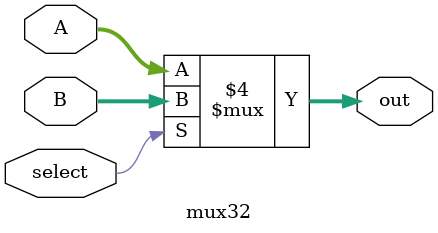
<source format=v>
module mux32(out, A, B, select);
	output reg [31:0] out;
	input [31:0] A,B;
	input select;
	
	always@(select or A or B) begin
		if(select == 1'b0)
			out = A;
		else out = B;
		end

endmodule
</source>
